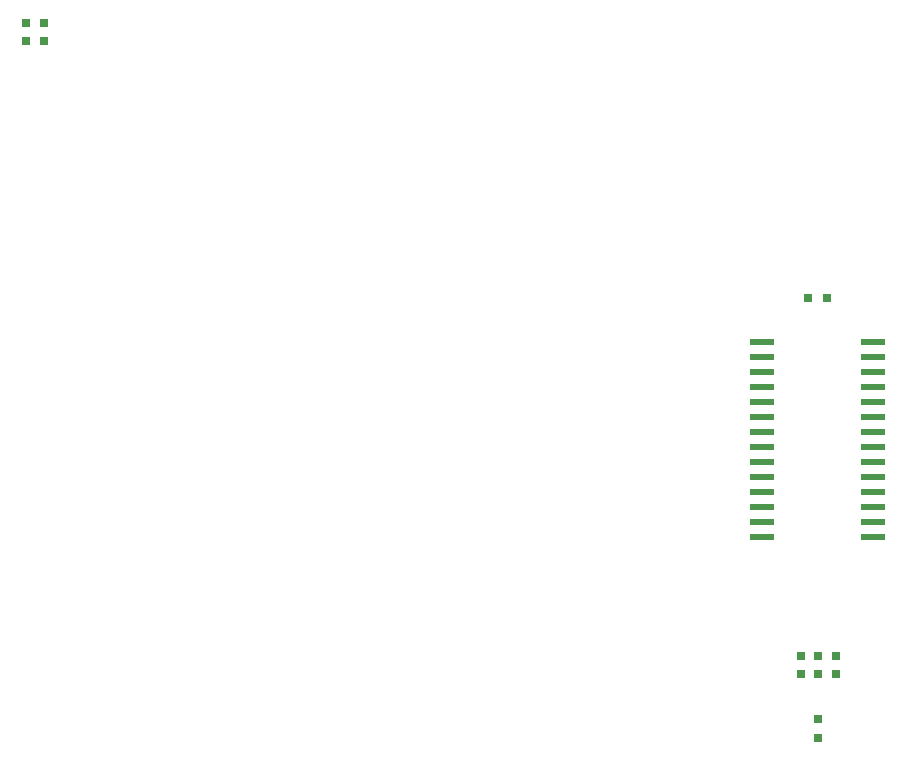
<source format=gbp>
G04 #@! TF.GenerationSoftware,KiCad,Pcbnew,(5.0.2)-1*
G04 #@! TF.CreationDate,2019-02-25T23:41:49+09:00*
G04 #@! TF.ProjectId,Land,4c616e64-2e6b-4696-9361-645f70636258,rev?*
G04 #@! TF.SameCoordinates,Original*
G04 #@! TF.FileFunction,Paste,Bot*
G04 #@! TF.FilePolarity,Positive*
%FSLAX46Y46*%
G04 Gerber Fmt 4.6, Leading zero omitted, Abs format (unit mm)*
G04 Created by KiCad (PCBNEW (5.0.2)-1) date 2019/02/25 23:41:49*
%MOMM*%
%LPD*%
G01*
G04 APERTURE LIST*
%ADD10R,2.000000X0.600000*%
%ADD11R,0.800000X0.800000*%
G04 APERTURE END LIST*
D10*
G04 #@! TO.C,U1*
X174700000Y-90245000D03*
X174700000Y-91515000D03*
X174700000Y-92785000D03*
X174700000Y-94055000D03*
X174700000Y-95325000D03*
X174700000Y-96595000D03*
X174700000Y-97865000D03*
X174700000Y-99135000D03*
X174700000Y-100405000D03*
X174700000Y-101675000D03*
X174700000Y-102945000D03*
X174700000Y-104215000D03*
X174700000Y-105485000D03*
X174700000Y-106755000D03*
X165300000Y-106755000D03*
X165300000Y-105485000D03*
X165300000Y-104215000D03*
X165300000Y-102945000D03*
X165300000Y-101675000D03*
X165300000Y-100405000D03*
X165300000Y-99135000D03*
X165300000Y-97865000D03*
X165300000Y-96595000D03*
X165300000Y-95325000D03*
X165300000Y-94055000D03*
X165300000Y-92785000D03*
X165300000Y-91515000D03*
X165300000Y-90245000D03*
G04 #@! TD*
D11*
G04 #@! TO.C,C1*
X169200000Y-86500000D03*
X170800000Y-86500000D03*
G04 #@! TD*
G04 #@! TO.C,D26*
X170060000Y-123790000D03*
X170060000Y-122190000D03*
G04 #@! TD*
G04 #@! TO.C,R1*
X171567000Y-116800000D03*
X171567000Y-118400000D03*
G04 #@! TD*
G04 #@! TO.C,R2*
X170067000Y-116800000D03*
X170067000Y-118400000D03*
G04 #@! TD*
G04 #@! TO.C,R3*
X168567000Y-118400000D03*
X168567000Y-116800000D03*
G04 #@! TD*
G04 #@! TO.C,R4*
X103000000Y-63200000D03*
X103000000Y-64800000D03*
G04 #@! TD*
G04 #@! TO.C,R5*
X104500000Y-64800000D03*
X104500000Y-63200000D03*
G04 #@! TD*
M02*

</source>
